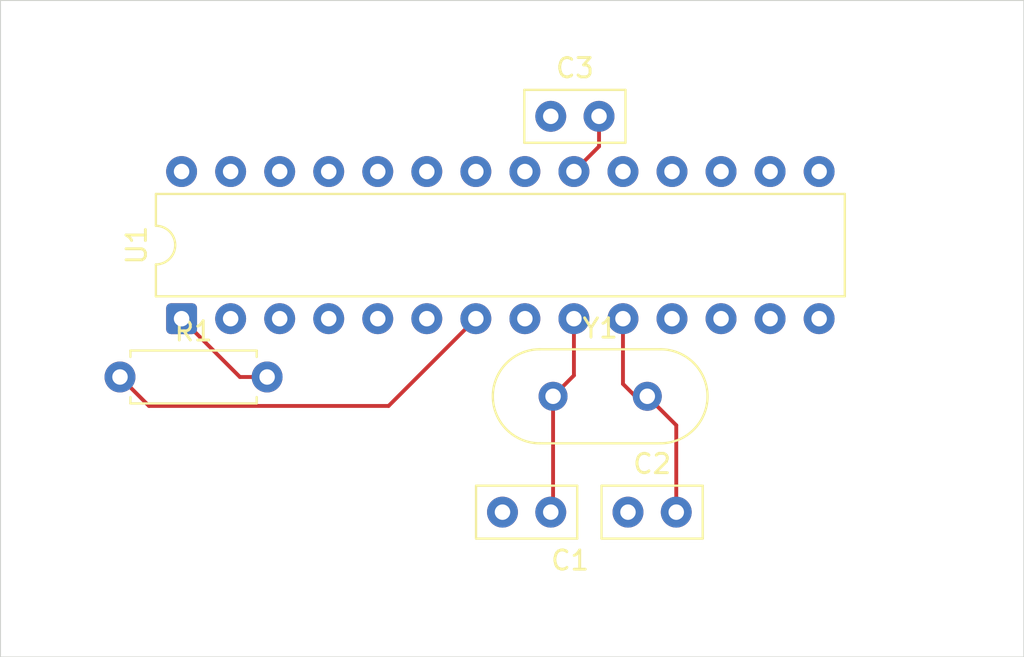
<source format=kicad_pcb>
(kicad_pcb (version 20241229) (generator "pcbnew") (generator_version "9.0")
  (layers (0 "F.Cu" signal) (2 "B.Cu" signal) (13 "F.Paste" user) (15 "B.Paste" user) (5 "F.SilkS" user "F.Silkscreen") (7 "B.SilkS" user "B.Silkscreen") (1 "F.Mask" user) (3 "B.Mask" user) (25 "Edge.Cuts" user))
  (net 0 "")
  (net 1 "Net-(U1-XTAL1{slash}PB6)")
  (net 2 "GND")
  (net 3 "Net-(U1-XTAL2{slash}PB7)")
  (net 4 "VCC")
  (net 5 "Net-(U1-~{RESET}{slash}PC6)")
  (footprint "Capacitor_THT:C_Disc_D5.0mm_W2.5mm_P2.50mm" (layer "F.Cu") (at 169 91.5)
    (property "Reference" "C2" (at 1.25 -2.5 0) (layer "F.SilkS"))
    (property "Value" "C")
    (fp_line (start -1.37 -1.37) (end 3.87 -1.37) (stroke (width 0.12)) (layer "F.SilkS"))
    (fp_line (start -1.37 1.37) (end -1.37 -1.37) (stroke (width 0.12)) (layer "F.SilkS"))
    (fp_line (start 3.87 -1.37) (end 3.87 1.37) (stroke (width 0.12)) (layer "F.SilkS"))
    (fp_line (start 3.87 1.37) (end -1.37 1.37) (stroke (width 0.12)) (layer "F.SilkS"))
    (pad "1" thru_hole circle (at 0 0) (size 1.6 1.6) (drill 0.8) (layers "*.Cu" "*.Mask") (net 2 "GND"))
    (pad "2" thru_hole circle (at 2.5 0) (size 1.6 1.6) (drill 0.8) (layers "*.Cu" "*.Mask") (net 3 "Net-(U1-XTAL2{slash}PB7)"))
  )
  (footprint "Capacitor_THT:C_Disc_D5.0mm_W2.5mm_P2.50mm" (layer "F.Cu") (at 162.5 91.5)
    (property "Reference" "C1" (at 3.5 2.5 0) (layer "F.SilkS"))
    (property "Value" "C")
    (fp_line (start -1.37 -1.37) (end 3.87 -1.37) (stroke (width 0.12)) (layer "F.SilkS"))
    (fp_line (start -1.37 1.37) (end -1.37 -1.37) (stroke (width 0.12)) (layer "F.SilkS"))
    (fp_line (start 3.87 -1.37) (end 3.87 1.37) (stroke (width 0.12)) (layer "F.SilkS"))
    (fp_line (start 3.87 1.37) (end -1.37 1.37) (stroke (width 0.12)) (layer "F.SilkS"))
    (pad "1" thru_hole circle (at 0 0) (size 1.6 1.6) (drill 0.8) (layers "*.Cu" "*.Mask") (net 2 "GND"))
    (pad "2" thru_hole circle (at 2.5 0) (size 1.6 1.6) (drill 0.8) (layers "*.Cu" "*.Mask") (net 1 "Net-(U1-XTAL1{slash}PB6)"))
  )
  (footprint "Package_DIP:DIP-28_W7.62mm" (layer "F.Cu") (at 145.88 81.48 90)
    (property "Reference" "U1" (at 3.81 -2.33 90) (layer "F.SilkS"))
    (property "Value" "ATmega328P-P")
    (fp_line (start 6.46 -1.33) (end 4.81 -1.33) (stroke (width 0.12)) (layer "F.SilkS"))
    (fp_line (start 2.81 -1.33) (end 1.16 -1.33) (stroke (width 0.12)) (layer "F.SilkS"))
    (fp_line (start 1.16 -1.33) (end 1.16 34.35) (stroke (width 0.12)) (layer "F.SilkS"))
    (fp_line (start 6.46 34.35) (end 6.46 -1.33) (stroke (width 0.12)) (layer "F.SilkS"))
    (fp_line (start 1.16 34.35) (end 6.46 34.35) (stroke (width 0.12)) (layer "F.SilkS"))
    (fp_arc (start 4.81 -1.33) (mid 3.81 -0.33) (end 2.81 -1.33) (stroke (width 0.12)) (layer "F.SilkS"))
    (pad "1" thru_hole roundrect (at 0 0 90) (size 1.6 1.6) (drill 0.8) (layers "*.Cu" "*.Mask") (roundrect_rratio 0.15625) (net 5 "Net-(U1-~{RESET}{slash}PC6)"))
    (pad "2" thru_hole circle (at 0 2.54 90) (size 1.6 1.6) (drill 0.8) (layers "*.Cu" "*.Mask"))
    (pad "3" thru_hole circle (at 0 5.08 90) (size 1.6 1.6) (drill 0.8) (layers "*.Cu" "*.Mask"))
    (pad "4" thru_hole circle (at 0 7.62 90) (size 1.6 1.6) (drill 0.8) (layers "*.Cu" "*.Mask"))
    (pad "5" thru_hole circle (at 0 10.16 90) (size 1.6 1.6) (drill 0.8) (layers "*.Cu" "*.Mask"))
    (pad "6" thru_hole circle (at 0 12.7 90) (size 1.6 1.6) (drill 0.8) (layers "*.Cu" "*.Mask"))
    (pad "7" thru_hole circle (at 0 15.24 90) (size 1.6 1.6) (drill 0.8) (layers "*.Cu" "*.Mask") (net 4 "VCC"))
    (pad "8" thru_hole circle (at 0 17.78 90) (size 1.6 1.6) (drill 0.8) (layers "*.Cu" "*.Mask") (net 2 "GND"))
    (pad "9" thru_hole circle (at 0 20.32 90) (size 1.6 1.6) (drill 0.8) (layers "*.Cu" "*.Mask") (net 1 "Net-(U1-XTAL1{slash}PB6)"))
    (pad "10" thru_hole circle (at 0 22.86 90) (size 1.6 1.6) (drill 0.8) (layers "*.Cu" "*.Mask") (net 3 "Net-(U1-XTAL2{slash}PB7)"))
    (pad "11" thru_hole circle (at 0 25.4 90) (size 1.6 1.6) (drill 0.8) (layers "*.Cu" "*.Mask"))
    (pad "12" thru_hole circle (at 0 27.94 90) (size 1.6 1.6) (drill 0.8) (layers "*.Cu" "*.Mask"))
    (pad "13" thru_hole circle (at 0 30.48 90) (size 1.6 1.6) (drill 0.8) (layers "*.Cu" "*.Mask"))
    (pad "14" thru_hole circle (at 0 33.02 90) (size 1.6 1.6) (drill 0.8) (layers "*.Cu" "*.Mask"))
    (pad "15" thru_hole circle (at 7.62 33.02 90) (size 1.6 1.6) (drill 0.8) (layers "*.Cu" "*.Mask"))
    (pad "16" thru_hole circle (at 7.62 30.48 90) (size 1.6 1.6) (drill 0.8) (layers "*.Cu" "*.Mask"))
    (pad "17" thru_hole circle (at 7.62 27.94 90) (size 1.6 1.6) (drill 0.8) (layers "*.Cu" "*.Mask"))
    (pad "18" thru_hole circle (at 7.62 25.4 90) (size 1.6 1.6) (drill 0.8) (layers "*.Cu" "*.Mask"))
    (pad "19" thru_hole circle (at 7.62 22.86 90) (size 1.6 1.6) (drill 0.8) (layers "*.Cu" "*.Mask"))
    (pad "20" thru_hole circle (at 7.62 20.32 90) (size 1.6 1.6) (drill 0.8) (layers "*.Cu" "*.Mask") (net 4 "VCC"))
    (pad "21" thru_hole circle (at 7.62 17.78 90) (size 1.6 1.6) (drill 0.8) (layers "*.Cu" "*.Mask"))
    (pad "22" thru_hole circle (at 7.62 15.24 90) (size 1.6 1.6) (drill 0.8) (layers "*.Cu" "*.Mask") (net 2 "GND"))
    (pad "23" thru_hole circle (at 7.62 12.7 90) (size 1.6 1.6) (drill 0.8) (layers "*.Cu" "*.Mask"))
    (pad "24" thru_hole circle (at 7.62 10.16 90) (size 1.6 1.6) (drill 0.8) (layers "*.Cu" "*.Mask"))
    (pad "25" thru_hole circle (at 7.62 7.62 90) (size 1.6 1.6) (drill 0.8) (layers "*.Cu" "*.Mask"))
    (pad "26" thru_hole circle (at 7.62 5.08 90) (size 1.6 1.6) (drill 0.8) (layers "*.Cu" "*.Mask"))
    (pad "27" thru_hole circle (at 7.62 2.54 90) (size 1.6 1.6) (drill 0.8) (layers "*.Cu" "*.Mask"))
    (pad "28" thru_hole circle (at 7.62 0 90) (size 1.6 1.6) (drill 0.8) (layers "*.Cu" "*.Mask"))
  )
  (footprint "Resistor_THT:R_Axial_DIN0207_L6.3mm_D2.5mm_P7.62mm_Horizontal" (layer "F.Cu") (at 142.69 84.5)
    (property "Reference" "R1" (at 3.81 -2.37 0) (layer "F.SilkS"))
    (property "Value" "10k")
    (fp_line (start 0.54 -1.37) (end 7.08 -1.37) (stroke (width 0.12)) (layer "F.SilkS"))
    (fp_line (start 0.54 -1.04) (end 0.54 -1.37) (stroke (width 0.12)) (layer "F.SilkS"))
    (fp_line (start 0.54 1.04) (end 0.54 1.37) (stroke (width 0.12)) (layer "F.SilkS"))
    (fp_line (start 0.54 1.37) (end 7.08 1.37) (stroke (width 0.12)) (layer "F.SilkS"))
    (fp_line (start 7.08 -1.37) (end 7.08 -1.04) (stroke (width 0.12)) (layer "F.SilkS"))
    (fp_line (start 7.08 1.37) (end 7.08 1.04) (stroke (width 0.12)) (layer "F.SilkS"))
    (pad "1" thru_hole circle (at 0 0) (size 1.6 1.6) (drill 0.8) (layers "*.Cu" "*.Mask") (net 4 "VCC"))
    (pad "2" thru_hole circle (at 7.62 0) (size 1.6 1.6) (drill 0.8) (layers "*.Cu" "*.Mask") (net 5 "Net-(U1-~{RESET}{slash}PC6)"))
  )
  (footprint "Crystal:Crystal_HC49-U_Vertical" (layer "F.Cu") (at 165.12 85.5)
    (property "Reference" "Y1" (at 2.44 -3.52 0) (layer "F.SilkS"))
    (property "Value" "Crystal")
    (fp_line (start -0.685 -2.435) (end 5.565 -2.435) (stroke (width 0.12)) (layer "F.SilkS"))
    (fp_line (start 5.565 2.435) (end -0.685 2.435) (stroke (width 0.12)) (layer "F.SilkS"))
    (fp_arc (start -0.685 2.435) (mid -3.12 0) (end -0.685 -2.435) (stroke (width 0.12)) (layer "F.SilkS"))
    (fp_arc (start 5.565 -2.435) (mid 8 0) (end 5.565 2.435) (stroke (width 0.12)) (layer "F.SilkS"))
    (pad "1" thru_hole circle (at 0 0) (size 1.5 1.5) (drill 0.8) (layers "*.Cu" "*.Mask") (net 1 "Net-(U1-XTAL1{slash}PB6)"))
    (pad "2" thru_hole circle (at 4.88 0) (size 1.5 1.5) (drill 0.8) (layers "*.Cu" "*.Mask") (net 3 "Net-(U1-XTAL2{slash}PB7)"))
  )
  (footprint "Capacitor_THT:C_Disc_D5.0mm_W2.5mm_P2.50mm" (layer "F.Cu") (at 165 71)
    (property "Reference" "C3" (at 1.25 -2.5 0) (layer "F.SilkS"))
    (property "Value" "0.1uF")
    (fp_line (start -1.37 -1.37) (end 3.87 -1.37) (stroke (width 0.12)) (layer "F.SilkS"))
    (fp_line (start -1.37 1.37) (end -1.37 -1.37) (stroke (width 0.12)) (layer "F.SilkS"))
    (fp_line (start 3.87 -1.37) (end 3.87 1.37) (stroke (width 0.12)) (layer "F.SilkS"))
    (fp_line (start 3.87 1.37) (end -1.37 1.37) (stroke (width 0.12)) (layer "F.SilkS"))
    (pad "1" thru_hole circle (at 0 0) (size 1.6 1.6) (drill 0.8) (layers "*.Cu" "*.Mask") (net 2 "GND"))
    (pad "2" thru_hole circle (at 2.5 0) (size 1.6 1.6) (drill 0.8) (layers "*.Cu" "*.Mask") (net 4 "VCC"))
  )
  (gr_rect (start 136.5 65) (end 189.5 99) (stroke (width 0.05)) (fill no) (layer "Edge.Cuts"))
  (segment (start 165 91.5) (end 165 91) (width 0.2) (layer "F.Cu") (net 1))
  (segment (start 166.2 84.42) (end 165.12 85.5) (width 0.2) (layer "F.Cu") (net 1))
  (segment (start 165.12 90.88) (end 165.12 85.5) (width 0.2) (layer "F.Cu") (net 1))
  (segment (start 166.2 81.48) (end 166.2 84.42) (width 0.2) (layer "F.Cu") (net 1))
  (segment (start 165 91) (end 165.12 90.88) (width 0.2) (layer "F.Cu") (net 1))
  (segment (start 168.74 84.86) (end 169.38 85.5) (width 0.2) (layer "F.Cu") (net 3))
  (segment (start 171.5 91.5) (end 171.5 87) (width 0.2) (layer "F.Cu") (net 3))
  (segment (start 168.74 81.48) (end 168.74 84.86) (width 0.2) (layer "F.Cu") (net 3))
  (segment (start 171.5 87) (end 170 85.5) (width 0.2) (layer "F.Cu") (net 3))
  (segment (start 142.69 84.5) (end 144.19 86) (width 0.2) (layer "F.Cu") (net 4))
  (segment (start 167.5 72.56) (end 166.2 73.86) (width 0.2) (layer "F.Cu") (net 4))
  (segment (start 156.6 86) (end 161.12 81.48) (width 0.2) (layer "F.Cu") (net 4))
  (segment (start 167.5 71) (end 167.5 72.56) (width 0.2) (layer "F.Cu") (net 4))
  (segment (start 144.19 86) (end 156.6 86) (width 0.2) (layer "F.Cu") (net 4))
  (segment (start 148.9 84.5) (end 150.31 84.5) (width 0.2) (layer "F.Cu") (net 5))
  (segment (start 145.88 81.48) (end 148.9 84.5) (width 0.2) (layer "F.Cu") (net 5))
)
</source>
